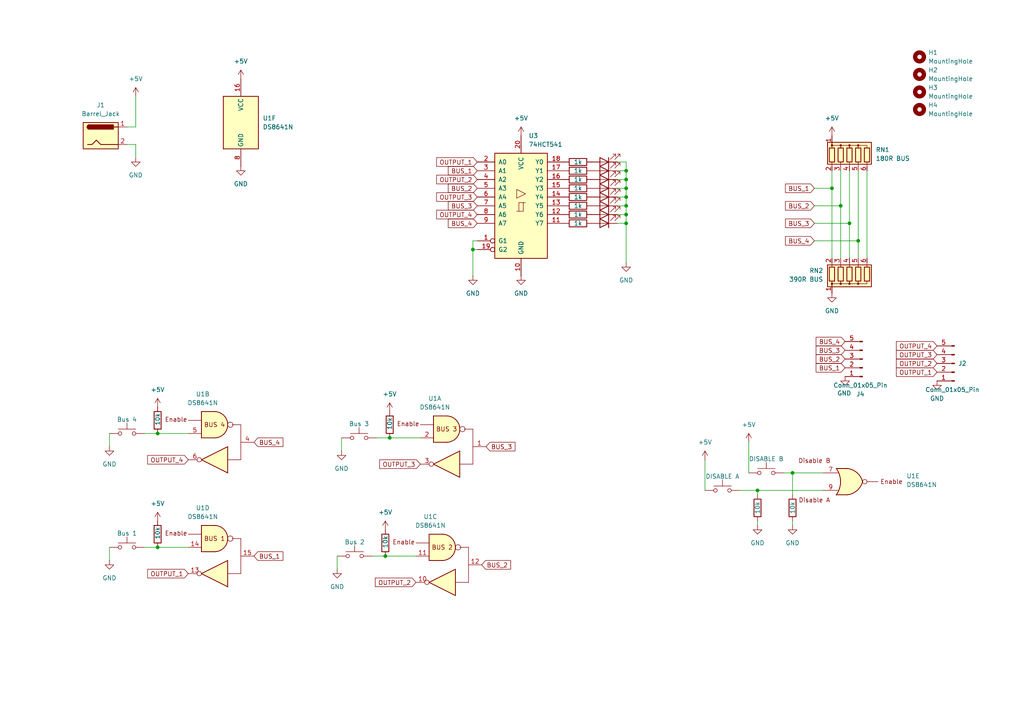
<source format=kicad_sch>
(kicad_sch (version 20231120) (generator "eeschema") (generator_version "8.0")
  (paper "A4")
  (lib_symbols
    (symbol "74xx:74HCT541" (pin_names (offset 1.016))
      (property "Reference" "U" (at -7.62 16.51 0))
      (property "Value" "74HCT541" (at -7.62 -16.51 0))
      (symbol "74HCT541_1_0"
        (polyline (pts (xy -0.635 -1.6002) (xy -0.635 0.9398) (xy 0.635 0.9398)))
        (polyline (pts (xy -1.27 -1.6002) (xy 0.635 -1.6002) (xy 0.635 0.9398) (xy 1.27 0.9398)))
        (polyline (pts (xy 1.27 3.4798) (xy -1.27 4.7498) (xy -1.27 2.2098) (xy 1.27 3.4798)) (stroke (width 0.1524)))
        (pin input inverted (at -12.7 -10.16 0) (length 5.08) (name "G1") (number "1"))
        (pin power_in line (at 0 -20.32 90) (length 5.08) (name "GND") (number "10"))
        (pin tri_state line (at 12.7 -5.08 180) (length 5.08) (name "Y7") (number "11"))
        (pin tri_state line (at 12.7 -2.54 180) (length 5.08) (name "Y6") (number "12"))
        (pin tri_state line (at 12.7 0 180) (length 5.08) (name "Y5") (number "13"))
        (pin tri_state line (at 12.7 2.54 180) (length 5.08) (name "Y4") (number "14"))
        (pin tri_state line (at 12.7 5.08 180) (length 5.08) (name "Y3") (number "15"))
        (pin tri_state line (at 12.7 7.62 180) (length 5.08) (name "Y2") (number "16"))
        (pin tri_state line (at 12.7 10.16 180) (length 5.08) (name "Y1") (number "17"))
        (pin tri_state line (at 12.7 12.7 180) (length 5.08) (name "Y0") (number "18"))
        (pin input inverted (at -12.7 -12.7 0) (length 5.08) (name "G2") (number "19"))
        (pin input line (at -12.7 12.7 0) (length 5.08) (name "A0") (number "2"))
        (pin power_in line (at 0 20.32 270) (length 5.08) (name "VCC") (number "20"))
        (pin input line (at -12.7 10.16 0) (length 5.08) (name "A1") (number "3"))
        (pin input line (at -12.7 7.62 0) (length 5.08) (name "A2") (number "4"))
        (pin input line (at -12.7 5.08 0) (length 5.08) (name "A3") (number "5"))
        (pin input line (at -12.7 2.54 0) (length 5.08) (name "A4") (number "6"))
        (pin input line (at -12.7 0 0) (length 5.08) (name "A5") (number "7"))
        (pin input line (at -12.7 -2.54 0) (length 5.08) (name "A6") (number "8"))
        (pin input line (at -12.7 -5.08 0) (length 5.08) (name "A7") (number "9"))
      )
      (symbol "74HCT541_1_1"
        (rectangle (start -7.62 15.24) (end 7.62 -15.24) (stroke (width 0.254)) (fill (type background)))
      )
    )
    (symbol "Connector:Barrel_Jack" (pin_names (offset 1.016))
      (property "Reference" "J" (at 0 5.334 0))
      (property "Value" "Barrel_Jack" (at 0 -5.08 0))
      (symbol "Barrel_Jack_0_1"
        (rectangle (start -5.08 3.81) (end 5.08 -3.81) (stroke (width 0.254)) (fill (type background)))
        (arc (start -3.302 3.175) (mid -3.9343 2.54) (end -3.302 1.905) (stroke (width 0.254)))
        (arc (start -3.302 3.175) (mid -3.9343 2.54) (end -3.302 1.905) (stroke (width 0.254)) (fill (type outline)))
        (polyline (pts (xy 5.08 2.54) (xy 3.81 2.54)) (stroke (width 0.254)))
        (polyline (pts (xy -3.81 -2.54) (xy -2.54 -2.54) (xy -1.27 -1.27) (xy 0 -2.54) (xy 2.54 -2.54) (xy 5.08 -2.54)) (stroke (width 0.254)))
        (rectangle (start 3.683 3.175) (end -3.302 1.905) (stroke (width 0.254)) (fill (type outline)))
      )
      (symbol "Barrel_Jack_1_1"
        (pin passive line (at 7.62 2.54 180) (length 2.54) (name "~") (number "1"))
        (pin passive line (at 7.62 -2.54 180) (length 2.54) (name "~") (number "2"))
      )
    )
    (symbol "Connector:Conn_01x05_Pin" (pin_names (offset 1.016) hide)
      (property "Reference" "J" (at 0 7.62 0))
      (property "Value" "Conn_01x05_Pin" (at 0 -7.62 0))
      (symbol "Conn_01x05_Pin_1_1"
        (polyline (pts (xy 1.27 -5.08) (xy 0.8636 -5.08)) (stroke (width 0.1524)))
        (polyline (pts (xy 1.27 -2.54) (xy 0.8636 -2.54)) (stroke (width 0.1524)))
        (polyline (pts (xy 1.27 0) (xy 0.8636 0)) (stroke (width 0.1524)))
        (polyline (pts (xy 1.27 2.54) (xy 0.8636 2.54)) (stroke (width 0.1524)))
        (polyline (pts (xy 1.27 5.08) (xy 0.8636 5.08)) (stroke (width 0.1524)))
        (rectangle (start 0.8636 -4.953) (end 0 -5.207) (stroke (width 0.1524)) (fill (type outline)))
        (rectangle (start 0.8636 -2.413) (end 0 -2.667) (stroke (width 0.1524)) (fill (type outline)))
        (rectangle (start 0.8636 0.127) (end 0 -0.127) (stroke (width 0.1524)) (fill (type outline)))
        (rectangle (start 0.8636 2.667) (end 0 2.413) (stroke (width 0.1524)) (fill (type outline)))
        (rectangle (start 0.8636 5.207) (end 0 4.953) (stroke (width 0.1524)) (fill (type outline)))
        (pin passive line (at 5.08 5.08 180) (length 3.81) (name "Pin_1") (number "1"))
        (pin passive line (at 5.08 2.54 180) (length 3.81) (name "Pin_2") (number "2"))
        (pin passive line (at 5.08 0 180) (length 3.81) (name "Pin_3") (number "3"))
        (pin passive line (at 5.08 -2.54 180) (length 3.81) (name "Pin_4") (number "4"))
        (pin passive line (at 5.08 -5.08 180) (length 3.81) (name "Pin_5") (number "5"))
      )
    )
    (symbol "DEC:DS8641N"
      (property "Reference" "U" (at 0 -0.254 0))
      (property "Value" "DS8641N" (at 0 5.08 0))
      (symbol "DS8641N_1_0"
        (polyline (pts (xy 3.81 -8.89) (xy 3.81 -1.27) (xy -3.81 -5.08) (xy 3.81 -8.89)) (stroke (width 0.254)) (fill (type background)))
        (pin output inverted (at -7.62 -5.08 0) (length 3.81) (name "~") (number "3"))
      )
      (symbol "DS8641N_1_1"
        (polyline (pts (xy -3.81 6.35) (xy -7.62 6.35)))
        (polyline (pts (xy 3.81 -5.08) (xy 7.62 -5.08)))
        (polyline (pts (xy 7.62 5.08) (xy 5.08 5.08)))
        (polyline (pts (xy 7.62 5.08) (xy 7.62 -5.08)))
        (polyline (pts (xy 0 8.89) (xy -3.81 8.89) (xy -3.81 1.27) (xy 0 1.27)) (stroke (width 0.254)) (fill (type background)))
        (arc (start 0 1.27) (mid 3.7934 5.08) (end 0 8.89) (stroke (width 0.254)) (fill (type background)))
        (circle (center 4.572 5.08) (radius 0.762))
        (text "BUS 3" (at 0 5.08 0) (effects (font (size 1.27 1.27))))
        (text "Enable" (at -11.176 6.604 0) (effects (font (size 1.27 1.27))))
        (pin open_collector line (at 11.43 0 180) (length 3.81) (name "~") (number "1"))
        (pin input line (at -7.62 2.54 0) (length 3.81) (name "~") (number "2"))
      )
      (symbol "DS8641N_2_0"
        (polyline (pts (xy 3.81 -8.89) (xy 3.81 -1.27) (xy -3.81 -5.08) (xy 3.81 -8.89)) (stroke (width 0.254)) (fill (type background)))
        (pin output inverted (at -7.62 -5.08 0) (length 3.81) (name "~") (number "6"))
      )
      (symbol "DS8641N_2_1"
        (polyline (pts (xy -3.81 6.35) (xy -7.62 6.35)))
        (polyline (pts (xy 3.81 -5.08) (xy 7.62 -5.08)))
        (polyline (pts (xy 7.62 5.08) (xy 5.08 5.08)))
        (polyline (pts (xy 7.62 5.08) (xy 7.62 -5.08)))
        (polyline (pts (xy 0 8.89) (xy -3.81 8.89) (xy -3.81 1.27) (xy 0 1.27)) (stroke (width 0.254)) (fill (type background)))
        (arc (start 0 1.27) (mid 3.7934 5.08) (end 0 8.89) (stroke (width 0.254)) (fill (type background)))
        (circle (center 4.572 5.08) (radius 0.762))
        (text "BUS 4" (at 0 5.08 0) (effects (font (size 1.27 1.27))))
        (text "Enable" (at -11.176 6.604 0) (effects (font (size 1.27 1.27))))
        (pin open_collector line (at 11.43 0 180) (length 3.81) (name "~") (number "4"))
        (pin input line (at -7.62 2.54 0) (length 3.81) (name "~") (number "5"))
      )
      (symbol "DS8641N_3_0"
        (polyline (pts (xy 3.81 -8.89) (xy 3.81 -1.27) (xy -3.81 -5.08) (xy 3.81 -8.89)) (stroke (width 0.254)) (fill (type background)))
        (pin output inverted (at -7.62 -5.08 0) (length 3.81) (name "~") (number "10"))
      )
      (symbol "DS8641N_3_1"
        (polyline (pts (xy -3.81 6.35) (xy -7.62 6.35)))
        (polyline (pts (xy 3.81 -5.08) (xy 7.62 -5.08)))
        (polyline (pts (xy 7.62 5.08) (xy 5.08 5.08)))
        (polyline (pts (xy 7.62 5.08) (xy 7.62 -5.08)))
        (polyline (pts (xy 0 8.89) (xy -3.81 8.89) (xy -3.81 1.27) (xy 0 1.27)) (stroke (width 0.254)) (fill (type background)))
        (arc (start 0 1.27) (mid 3.7934 5.08) (end 0 8.89) (stroke (width 0.254)) (fill (type background)))
        (circle (center 4.572 5.08) (radius 0.762))
        (text "BUS 2" (at 0 5.08 0) (effects (font (size 1.27 1.27))))
        (text "Enable" (at -11.176 6.604 0) (effects (font (size 1.27 1.27))))
        (pin input line (at -7.62 2.54 0) (length 3.81) (name "~") (number "11"))
        (pin open_collector line (at 11.43 0 180) (length 3.81) (name "~") (number "12"))
      )
      (symbol "DS8641N_4_0"
        (polyline (pts (xy 3.81 -8.89) (xy 3.81 -1.27) (xy -3.81 -5.08) (xy 3.81 -8.89)) (stroke (width 0.254)) (fill (type background)))
        (pin output inverted (at -7.62 -5.08 0) (length 3.81) (name "~") (number "13"))
      )
      (symbol "DS8641N_4_1"
        (polyline (pts (xy -3.81 6.35) (xy -7.62 6.35)))
        (polyline (pts (xy 3.81 -5.08) (xy 7.62 -5.08)))
        (polyline (pts (xy 7.62 5.08) (xy 5.08 5.08)))
        (polyline (pts (xy 7.62 5.08) (xy 7.62 -5.08)))
        (polyline (pts (xy 0 8.89) (xy -3.81 8.89) (xy -3.81 1.27) (xy 0 1.27)) (stroke (width 0.254)) (fill (type background)))
        (arc (start 0 1.27) (mid 3.7934 5.08) (end 0 8.89) (stroke (width 0.254)) (fill (type background)))
        (circle (center 4.572 5.08) (radius 0.762))
        (text "BUS 1" (at 0 5.08 0) (effects (font (size 1.27 1.27))))
        (text "Enable" (at -11.176 6.604 0) (effects (font (size 1.27 1.27))))
        (pin input line (at -7.62 2.54 0) (length 3.81) (name "~") (number "14"))
        (pin open_collector line (at 11.43 0 180) (length 3.81) (name "~") (number "15"))
      )
      (symbol "DS8641N_5_1"
        (arc (start -3.81 -3.81) (mid -2.589 0) (end -3.81 3.81) (stroke (width 0.254)))
        (arc (start -0.6096 -3.81) (mid 2.1842 -2.5851) (end 3.81 0) (stroke (width 0.254)) (fill (type background)))
        (polyline (pts (xy -3.81 -3.81) (xy -0.635 -3.81)) (stroke (width 0.254)) (fill (type background)))
        (polyline (pts (xy -3.81 3.81) (xy -0.635 3.81)) (stroke (width 0.254)) (fill (type background)))
        (polyline (pts (xy 5.08 0) (xy 8.255 0)))
        (polyline (pts (xy -0.635 3.81) (xy -3.81 3.81) (xy -3.81 3.81) (xy -3.556 3.4036) (xy -3.0226 2.2606) (xy -2.6924 1.0414) (xy -2.6162 -0.254) (xy -2.7686 -1.4986) (xy -3.175 -2.7178) (xy -3.81 -3.81) (xy -3.81 -3.81) (xy -0.635 -3.81)) (stroke (width -25.4)) (fill (type background)))
        (arc (start 3.81 0) (mid 2.1915 2.5936) (end -0.6096 3.81) (stroke (width 0.254)) (fill (type background)))
        (circle (center 4.445 0) (radius 0.635))
        (text "Disable A" (at -10.16 -5.334 0) (effects (font (size 1.27 1.27))))
        (text "Disable B" (at -10.16 6.096 0) (effects (font (size 1.27 1.27))))
        (text "Enable" (at 12.192 0 0) (effects (font (size 1.27 1.27))))
        (pin input line (at -7.62 2.54 0) (length 4.318) (name "~") (number "7"))
        (pin input line (at -7.62 -2.54 0) (length 4.318) (name "~") (number "9"))
      )
      (symbol "DS8641N_6_0"
        (pin power_in line (at 0 12.7 270) (length 5.08) (name "VCC") (number "16"))
        (pin power_in line (at 0 -12.7 90) (length 5.08) (name "GND") (number "8"))
      )
      (symbol "DS8641N_6_1"
        (rectangle (start -5.08 7.62) (end 5.08 -7.62) (stroke (width 0.254)) (fill (type background)))
      )
    )
    (symbol "Device:LED" (pin_numbers hide) (pin_names (offset 1.016) hide)
      (property "Reference" "D" (at 0 2.54 0))
      (property "Value" "LED" (at 0 -2.54 0))
      (symbol "LED_0_1"
        (polyline (pts (xy -1.27 -1.27) (xy -1.27 1.27)) (stroke (width 0.254)))
        (polyline (pts (xy -1.27 0) (xy 1.27 0)))
        (polyline (pts (xy 1.27 -1.27) (xy 1.27 1.27) (xy -1.27 0) (xy 1.27 -1.27)) (stroke (width 0.254)))
        (polyline (pts (xy -3.048 -0.762) (xy -4.572 -2.286) (xy -3.81 -2.286) (xy -4.572 -2.286) (xy -4.572 -1.524)))
        (polyline (pts (xy -1.778 -0.762) (xy -3.302 -2.286) (xy -2.54 -2.286) (xy -3.302 -2.286) (xy -3.302 -1.524)))
      )
      (symbol "LED_1_1"
        (pin passive line (at -3.81 0 0) (length 2.54) (name "K") (number "1"))
        (pin passive line (at 3.81 0 180) (length 2.54) (name "A") (number "2"))
      )
    )
    (symbol "Device:R" (pin_numbers hide) (pin_names (offset 0))
      (property "Reference" "R" (at 2.032 0 90))
      (property "Value" "R" (at 0 0 90))
      (symbol "R_0_1"
        (rectangle (start -1.016 -2.54) (end 1.016 2.54) (stroke (width 0.254)))
      )
      (symbol "R_1_1"
        (pin passive line (at 0 3.81 270) (length 1.27) (name "~") (number "1"))
        (pin passive line (at 0 -3.81 90) (length 1.27) (name "~") (number "2"))
      )
    )
    (symbol "Device:R_Network05" (pin_names (offset 0) hide)
      (property "Reference" "RN" (at -7.62 0 90))
      (property "Value" "R_Network05" (at 7.62 0 90))
      (symbol "R_Network05_0_1"
        (rectangle (start -6.35 -3.175) (end 6.35 3.175) (stroke (width 0.254)) (fill (type background)))
        (rectangle (start -5.842 1.524) (end -4.318 -2.54) (stroke (width 0.254)))
        (circle (center -5.08 2.286) (radius 0.254) (fill (type outline)))
        (rectangle (start -3.302 1.524) (end -1.778 -2.54) (stroke (width 0.254)))
        (circle (center -2.54 2.286) (radius 0.254) (fill (type outline)))
        (rectangle (start -0.762 1.524) (end 0.762 -2.54) (stroke (width 0.254)))
        (polyline (pts (xy -5.08 -2.54) (xy -5.08 -3.81)))
        (polyline (pts (xy -2.54 -2.54) (xy -2.54 -3.81)))
        (polyline (pts (xy 0 -2.54) (xy 0 -3.81)))
        (polyline (pts (xy 2.54 -2.54) (xy 2.54 -3.81)))
        (polyline (pts (xy 5.08 -2.54) (xy 5.08 -3.81)))
        (polyline (pts (xy -5.08 1.524) (xy -5.08 2.286) (xy -2.54 2.286) (xy -2.54 1.524)))
        (polyline (pts (xy -2.54 1.524) (xy -2.54 2.286) (xy 0 2.286) (xy 0 1.524)))
        (polyline (pts (xy 0 1.524) (xy 0 2.286) (xy 2.54 2.286) (xy 2.54 1.524)))
        (polyline (pts (xy 2.54 1.524) (xy 2.54 2.286) (xy 5.08 2.286) (xy 5.08 1.524)))
        (circle (center 0 2.286) (radius 0.254) (fill (type outline)))
        (rectangle (start 1.778 1.524) (end 3.302 -2.54) (stroke (width 0.254)))
        (circle (center 2.54 2.286) (radius 0.254) (fill (type outline)))
        (rectangle (start 4.318 1.524) (end 5.842 -2.54) (stroke (width 0.254)))
      )
      (symbol "R_Network05_1_1"
        (pin passive line (at -5.08 5.08 270) (length 2.54) (name "common") (number "1"))
        (pin passive line (at -5.08 -5.08 90) (length 1.27) (name "R1") (number "2"))
        (pin passive line (at -2.54 -5.08 90) (length 1.27) (name "R2") (number "3"))
        (pin passive line (at 0 -5.08 90) (length 1.27) (name "R3") (number "4"))
        (pin passive line (at 2.54 -5.08 90) (length 1.27) (name "R4") (number "5"))
        (pin passive line (at 5.08 -5.08 90) (length 1.27) (name "R5") (number "6"))
      )
    )
    (symbol "Mechanical:MountingHole" (pin_names (offset 1.016)) (exclude_from_sim yes) (in_bom no)
      (property "Reference" "H" (at 0 5.08 0))
      (property "Value" "MountingHole" (at 0 3.175 0))
      (symbol "MountingHole_0_1"
        (circle (center 0 0) (radius 1.27) (stroke (width 1.27)))
      )
    )
    (symbol "Switch:SW_Push" (pin_numbers hide) (pin_names (offset 1.016) hide)
      (property "Reference" "SW" (at 1.27 2.54 0))
      (property "Value" "SW_Push" (at 0 -1.524 0))
      (symbol "SW_Push_0_1"
        (circle (center -2.032 0) (radius 0.508))
        (polyline (pts (xy 0 1.27) (xy 0 3.048)))
        (polyline (pts (xy 2.54 1.27) (xy -2.54 1.27)))
        (circle (center 2.032 0) (radius 0.508))
        (pin passive line (at -5.08 0 0) (length 2.54) (name "1") (number "1"))
        (pin passive line (at 5.08 0 180) (length 2.54) (name "2") (number "2"))
      )
    )
    (symbol "power:+5V" (power) (pin_numbers hide) (pin_names (offset 0) hide)
      (property "Value" "+5V" (at 0 3.556 0))
      (symbol "+5V_0_1"
        (polyline (pts (xy -0.762 1.27) (xy 0 2.54)))
        (polyline (pts (xy 0 0) (xy 0 2.54)))
        (polyline (pts (xy 0 2.54) (xy 0.762 1.27)))
      )
      (symbol "+5V_1_1"
        (pin power_in line (at 0 0 90) (length 0) (name "~") (number "1"))
      )
    )
    (symbol "power:GND" (power) (pin_numbers hide) (pin_names (offset 0) hide)
      (property "Value" "GND" (at 0 -3.81 0))
      (symbol "GND_0_1"
        (polyline (pts (xy 0 0) (xy 0 -1.27) (xy 1.27 -1.27) (xy 0 -2.54) (xy -1.27 -1.27) (xy 0 -1.27)))
      )
      (symbol "GND_1_1"
        (pin power_in line (at 0 0 270) (length 0) (name "~") (number "1"))
      )
    )
  )
  (junction (at 45.72 158.75))
  (junction (at 45.72 125.73))
  (junction (at 181.61 52.07))
  (junction (at 111.76 161.29))
  (junction (at 181.61 57.15))
  (junction (at 246.38 64.77))
  (junction (at 181.61 54.61))
  (junction (at 243.84 59.69))
  (junction (at 229.87 137.16))
  (junction (at 137.16 72.39))
  (junction (at 241.3 54.61))
  (junction (at 219.71 142.24))
  (junction (at 181.61 64.77))
  (junction (at 181.61 62.23))
  (junction (at 181.61 59.69))
  (junction (at 113.03 127))
  (junction (at 181.61 49.53))
  (junction (at 248.92 69.85))
  (wire (pts (xy 31.75 158.75) (xy 31.75 162.56)))
  (wire (pts (xy 138.43 69.85) (xy 137.16 69.85)))
  (wire (pts (xy 248.92 69.85) (xy 236.22 69.85)))
  (wire (pts (xy 109.22 127) (xy 113.03 127)))
  (wire (pts (xy 248.92 49.53) (xy 248.92 69.85)))
  (wire (pts (xy 36.83 41.91) (xy 39.37 41.91)))
  (wire (pts (xy 45.72 158.75) (xy 54.61 158.75)))
  (wire (pts (xy 246.38 49.53) (xy 246.38 64.77)))
  (wire (pts (xy 179.07 54.61) (xy 181.61 54.61)))
  (wire (pts (xy 181.61 54.61) (xy 181.61 57.15)))
  (wire (pts (xy 45.72 125.73) (xy 54.61 125.73)))
  (wire (pts (xy 181.61 62.23) (xy 181.61 64.77)))
  (wire (pts (xy 229.87 137.16) (xy 238.76 137.16)))
  (wire (pts (xy 99.06 127) (xy 99.06 130.81)))
  (wire (pts (xy 217.17 128.27) (xy 217.17 137.16)))
  (wire (pts (xy 181.61 46.99) (xy 181.61 49.53)))
  (wire (pts (xy 107.95 161.29) (xy 111.76 161.29)))
  (wire (pts (xy 214.63 142.24) (xy 219.71 142.24)))
  (wire (pts (xy 181.61 49.53) (xy 181.61 52.07)))
  (wire (pts (xy 113.03 127) (xy 121.92 127)))
  (wire (pts (xy 241.3 49.53) (xy 241.3 54.61)))
  (wire (pts (xy 219.71 142.24) (xy 238.76 142.24)))
  (wire (pts (xy 248.92 69.85) (xy 248.92 74.93)))
  (wire (pts (xy 246.38 64.77) (xy 236.22 64.77)))
  (wire (pts (xy 219.71 142.24) (xy 219.71 143.51)))
  (wire (pts (xy 39.37 27.94) (xy 39.37 36.83)))
  (wire (pts (xy 39.37 41.91) (xy 39.37 45.72)))
  (wire (pts (xy 229.87 151.13) (xy 229.87 152.4)))
  (wire (pts (xy 41.91 158.75) (xy 45.72 158.75)))
  (wire (pts (xy 31.75 125.73) (xy 31.75 129.54)))
  (wire (pts (xy 179.07 64.77) (xy 181.61 64.77)))
  (wire (pts (xy 251.46 49.53) (xy 251.46 74.93)))
  (wire (pts (xy 236.22 54.61) (xy 241.3 54.61)))
  (wire (pts (xy 111.76 161.29) (xy 120.65 161.29)))
  (wire (pts (xy 181.61 64.77) (xy 181.61 76.2)))
  (wire (pts (xy 137.16 69.85) (xy 137.16 72.39)))
  (wire (pts (xy 179.07 52.07) (xy 181.61 52.07)))
  (wire (pts (xy 227.33 137.16) (xy 229.87 137.16)))
  (wire (pts (xy 204.47 133.35) (xy 204.47 142.24)))
  (wire (pts (xy 179.07 57.15) (xy 181.61 57.15)))
  (wire (pts (xy 137.16 72.39) (xy 137.16 80.01)))
  (wire (pts (xy 179.07 59.69) (xy 181.61 59.69)))
  (wire (pts (xy 39.37 36.83) (xy 36.83 36.83)))
  (wire (pts (xy 179.07 49.53) (xy 181.61 49.53)))
  (wire (pts (xy 229.87 137.16) (xy 229.87 143.51)))
  (wire (pts (xy 243.84 59.69) (xy 236.22 59.69)))
  (wire (pts (xy 181.61 57.15) (xy 181.61 59.69)))
  (wire (pts (xy 181.61 52.07) (xy 181.61 54.61)))
  (wire (pts (xy 41.91 125.73) (xy 45.72 125.73)))
  (wire (pts (xy 243.84 49.53) (xy 243.84 59.69)))
  (wire (pts (xy 219.71 151.13) (xy 219.71 152.4)))
  (wire (pts (xy 181.61 59.69) (xy 181.61 62.23)))
  (wire (pts (xy 246.38 64.77) (xy 246.38 74.93)))
  (wire (pts (xy 243.84 59.69) (xy 243.84 74.93)))
  (wire (pts (xy 241.3 54.61) (xy 241.3 74.93)))
  (wire (pts (xy 179.07 62.23) (xy 181.61 62.23)))
  (wire (pts (xy 137.16 72.39) (xy 138.43 72.39)))
  (wire (pts (xy 97.79 161.29) (xy 97.79 165.1)))
  (wire (pts (xy 179.07 46.99) (xy 181.61 46.99)))
  (global_label "OUTPUT_2" (shape input) (at 138.43 52.07 180) (property "Intersheetrefs" "${INTERSHEET_REFS}" (effects (hide yes))))
  (global_label "BUS_2" (shape input) (at 139.7 163.83 0) (property "Intersheetrefs" "${INTERSHEET_REFS}" (effects (hide yes))))
  (global_label "BUS_2" (shape input) (at 138.43 54.61 180) (property "Intersheetrefs" "${INTERSHEET_REFS}" (effects (hide yes))))
  (global_label "OUTPUT_2" (shape input) (at 120.65 168.91 180) (property "Intersheetrefs" "${INTERSHEET_REFS}" (effects (hide yes))))
  (global_label "BUS_4" (shape input) (at 236.22 69.85 180) (property "Intersheetrefs" "${INTERSHEET_REFS}" (effects (hide yes))))
  (global_label "BUS_3" (shape input) (at 236.22 64.77 180) (property "Intersheetrefs" "${INTERSHEET_REFS}" (effects (hide yes))))
  (global_label "OUTPUT_1" (shape input) (at 138.43 46.99 180) (property "Intersheetrefs" "${INTERSHEET_REFS}" (effects (hide yes))))
  (global_label "BUS_1" (shape input) (at 236.22 54.61 180) (property "Intersheetrefs" "${INTERSHEET_REFS}" (effects (hide yes))))
  (global_label "OUTPUT_4" (shape input) (at 138.43 62.23 180) (property "Intersheetrefs" "${INTERSHEET_REFS}" (effects (hide yes))))
  (global_label "BUS_4" (shape input) (at 138.43 64.77 180) (property "Intersheetrefs" "${INTERSHEET_REFS}" (effects (hide yes))))
  (global_label "BUS_1" (shape input) (at 245.11 106.68 180) (property "Intersheetrefs" "${INTERSHEET_REFS}" (effects (hide yes))))
  (global_label "OUTPUT_1" (shape input) (at 271.78 107.95 180) (property "Intersheetrefs" "${INTERSHEET_REFS}" (effects (hide yes))))
  (global_label "BUS_3" (shape input) (at 245.11 101.6 180) (property "Intersheetrefs" "${INTERSHEET_REFS}" (effects (hide yes))))
  (global_label "OUTPUT_4" (shape input) (at 54.61 133.35 180) (property "Intersheetrefs" "${INTERSHEET_REFS}" (effects (hide yes))))
  (global_label "BUS_1" (shape input) (at 73.66 161.29 0) (property "Intersheetrefs" "${INTERSHEET_REFS}" (effects (hide yes))))
  (global_label "OUTPUT_3" (shape input) (at 138.43 57.15 180) (property "Intersheetrefs" "${INTERSHEET_REFS}" (effects (hide yes))))
  (global_label "BUS_4" (shape input) (at 73.66 128.27 0) (property "Intersheetrefs" "${INTERSHEET_REFS}" (effects (hide yes))))
  (global_label "BUS_3" (shape input) (at 140.97 129.54 0) (property "Intersheetrefs" "${INTERSHEET_REFS}" (effects (hide yes))))
  (global_label "BUS_1" (shape input) (at 138.43 49.53 180) (property "Intersheetrefs" "${INTERSHEET_REFS}" (effects (hide yes))))
  (global_label "OUTPUT_4" (shape input) (at 271.78 100.33 180) (property "Intersheetrefs" "${INTERSHEET_REFS}" (effects (hide yes))))
  (global_label "BUS_2" (shape input) (at 245.11 104.14 180) (property "Intersheetrefs" "${INTERSHEET_REFS}" (effects (hide yes))))
  (global_label "BUS_4" (shape input) (at 245.11 99.06 180) (property "Intersheetrefs" "${INTERSHEET_REFS}" (effects (hide yes))))
  (global_label "BUS_3" (shape input) (at 138.43 59.69 180) (property "Intersheetrefs" "${INTERSHEET_REFS}" (effects (hide yes))))
  (global_label "OUTPUT_3" (shape input) (at 121.92 134.62 180) (property "Intersheetrefs" "${INTERSHEET_REFS}" (effects (hide yes))))
  (global_label "OUTPUT_1" (shape input) (at 54.61 166.37 180) (property "Intersheetrefs" "${INTERSHEET_REFS}" (effects (hide yes))))
  (global_label "OUTPUT_3" (shape input) (at 271.78 102.87 180) (property "Intersheetrefs" "${INTERSHEET_REFS}" (effects (hide yes))))
  (global_label "OUTPUT_2" (shape input) (at 271.78 105.41 180) (property "Intersheetrefs" "${INTERSHEET_REFS}" (effects (hide yes))))
  (global_label "BUS_2" (shape input) (at 236.22 59.69 180) (property "Intersheetrefs" "${INTERSHEET_REFS}" (effects (hide yes))))
  (symbol (lib_id "Switch:SW_Push") (at 102.87 161.29 0) (unit 1)
    (property "Reference" "SW2" (effects (hide yes)))
    (property "Value" "Bus 2" (at 102.87 157.226 0))
    (property "Footprint" "Button_Switch_THT:SW_PUSH_6mm_H4.3mm" (effects (hide yes)))
    (property "Description" "Push button switch, generic, two pins" (effects (hide yes)))
  )
  (symbol (lib_id "Device:R") (at 167.64 57.15 90) (unit 1)
    (property "Reference" "R12" (effects (hide yes)))
    (property "Value" "1k" (at 167.64 57.15 90))
    (property "Footprint" "Resistor_THT:R_Axial_DIN0204_L3.6mm_D1.6mm_P7.62mm_Horizontal" (effects (hide yes)))
    (property "Description" "Resistor" (effects (hide yes)))
  )
  (symbol (lib_id "power:+5V") (at 113.03 119.38 0) (unit 1)
    (property "Reference" "#PWR012" (effects (hide yes)))
    (property "Value" "+5V" (at 113.03 114.3 0))
    (property "Description" "Power symbol creates a global label with name \"+5V\"" (effects (hide yes)))
  )
  (symbol (lib_id "power:GND") (at 99.06 130.81 0) (unit 1)
    (property "Reference" "#PWR011" (effects (hide yes)))
    (property "Value" "GND" (at 99.06 135.89 0))
    (property "Description" "Power symbol creates a global label with name \"GND\" , ground" (effects (hide yes)))
  )
  (symbol (lib_id "power:+5V") (at 204.47 133.35 0) (unit 1)
    (property "Reference" "#PWR019" (effects (hide yes)))
    (property "Value" "+5V" (at 204.47 128.27 0))
    (property "Description" "Power symbol creates a global label with name \"+5V\"" (effects (hide yes)))
  )
  (symbol (lib_id "power:+5V") (at 45.72 118.11 0) (unit 1)
    (property "Reference" "#PWR014" (effects (hide yes)))
    (property "Value" "+5V" (at 45.72 113.03 0))
    (property "Description" "Power symbol creates a global label with name \"+5V\"" (effects (hide yes)))
  )
  (symbol (lib_id "power:+5V") (at 39.37 27.94 0) (unit 1)
    (property "Reference" "#PWR01" (effects (hide yes)))
    (property "Value" "+5V" (at 39.37 22.86 0))
    (property "Description" "Power symbol creates a global label with name \"+5V\"" (effects (hide yes)))
  )
  (symbol (lib_id "Device:R") (at 113.03 123.19 0) (unit 1)
    (property "Reference" "R4" (effects (hide yes)))
    (property "Value" "10k" (at 113.03 124.714 90) (effects (justify left)))
    (property "Footprint" "Resistor_THT:R_Axial_DIN0204_L3.6mm_D1.6mm_P7.62mm_Horizontal" (effects (hide yes)))
    (property "Description" "Resistor" (effects (hide yes)))
  )
  (symbol (lib_id "DEC:DS8641N") (at 62.23 161.29 0) (unit 4)
    (property "Reference" "U1" (at 58.8089 147.32 0))
    (property "Value" "DS8641N" (at 58.8089 149.86 0))
    (property "Footprint" "Socket:DIP_Socket-16_W4.3_W5.08_W7.62_W10.16_W10.9_3M_216-3340-00-0602J" (effects (hide yes)))
  )
  (symbol (lib_id "Device:LED") (at 175.26 54.61 180) (unit 1)
    (property "Reference" "D5" (effects (hide yes)))
    (property "Value" "LED" (effects (hide yes)))
    (property "Footprint" "LED_THT:LED_D3.0mm" (effects (hide yes)))
    (property "Description" "Light emitting diode" (effects (hide yes)))
  )
  (symbol (lib_id "Device:R") (at 167.64 62.23 90) (unit 1)
    (property "Reference" "R14" (effects (hide yes)))
    (property "Value" "1k" (at 167.64 62.23 90))
    (property "Footprint" "Resistor_THT:R_Axial_DIN0204_L3.6mm_D1.6mm_P7.62mm_Horizontal" (effects (hide yes)))
    (property "Description" "Resistor" (effects (hide yes)))
  )
  (symbol (lib_id "Switch:SW_Push") (at 36.83 158.75 0) (unit 1)
    (property "Reference" "SW1" (effects (hide yes)))
    (property "Value" "Bus 1" (at 36.83 154.686 0))
    (property "Footprint" "Button_Switch_THT:SW_PUSH_6mm_H4.3mm" (effects (hide yes)))
    (property "Description" "Push button switch, generic, two pins" (effects (hide yes)))
  )
  (symbol (lib_id "DEC:DS8641N") (at 128.27 163.83 0) (unit 3)
    (property "Reference" "U1" (at 124.8489 149.86 0))
    (property "Value" "DS8641N" (at 124.8489 152.4 0))
    (property "Footprint" "Socket:DIP_Socket-16_W4.3_W5.08_W7.62_W10.16_W10.9_3M_216-3340-00-0602J" (effects (hide yes)))
  )
  (symbol (lib_id "DEC:DS8641N") (at 246.38 139.7 0) (unit 5)
    (property "Reference" "U1" (at 262.89 138.0489 0) (effects (justify left)))
    (property "Value" "DS8641N" (at 262.89 140.5889 0) (effects (justify left)))
    (property "Footprint" "Socket:DIP_Socket-16_W4.3_W5.08_W7.62_W10.16_W10.9_3M_216-3340-00-0602J" (effects (hide yes)))
  )
  (symbol (lib_id "Connector:Barrel_Jack") (at 29.21 39.37 0) (unit 1)
    (property "Reference" "J1" (at 29.21 30.48 0))
    (property "Value" "Barrel_Jack" (at 29.21 33.02 0))
    (property "Footprint" "Connector_BarrelJack:BarrelJack_GCT_DCJ200-10-A_Horizontal" (effects (hide yes)))
    (property "Description" "DC Barrel Jack" (effects (hide yes)))
  )
  (symbol (lib_id "power:+5V") (at 111.76 153.67 0) (unit 1)
    (property "Reference" "#PWR010" (effects (hide yes)))
    (property "Value" "+5V" (at 111.76 148.59 0))
    (property "Description" "Power symbol creates a global label with name \"+5V\"" (effects (hide yes)))
  )
  (symbol (lib_id "power:GND") (at 229.87 152.4 0) (unit 1)
    (property "Reference" "#PWR017" (effects (hide yes)))
    (property "Value" "GND" (at 229.87 157.48 0))
    (property "Description" "Power symbol creates a global label with name \"GND\" , ground" (effects (hide yes)))
  )
  (symbol (lib_id "power:GND") (at 271.78 110.49 0) (unit 1)
    (property "Reference" "#PWR03" (effects (hide yes)))
    (property "Value" "GND" (at 271.78 115.57 0))
    (property "Description" "Power symbol creates a global label with name \"GND\" , ground" (effects (hide yes)))
  )
  (symbol (lib_id "power:GND") (at 219.71 152.4 0) (unit 1)
    (property "Reference" "#PWR020" (effects (hide yes)))
    (property "Value" "GND" (at 219.71 157.48 0))
    (property "Description" "Power symbol creates a global label with name \"GND\" , ground" (effects (hide yes)))
  )
  (symbol (lib_id "Device:R") (at 111.76 157.48 0) (unit 1)
    (property "Reference" "R3" (effects (hide yes)))
    (property "Value" "10k" (at 111.76 159.004 90) (effects (justify left)))
    (property "Footprint" "Resistor_THT:R_Axial_DIN0204_L3.6mm_D1.6mm_P7.62mm_Horizontal" (effects (hide yes)))
    (property "Description" "Resistor" (effects (hide yes)))
  )
  (symbol (lib_id "Switch:SW_Push") (at 36.83 125.73 0) (unit 1)
    (property "Reference" "SW4" (effects (hide yes)))
    (property "Value" "Bus 4" (at 36.83 121.666 0))
    (property "Footprint" "Button_Switch_THT:SW_PUSH_6mm_H4.3mm" (effects (hide yes)))
    (property "Description" "Push button switch, generic, two pins" (effects (hide yes)))
  )
  (symbol (lib_id "power:GND") (at 97.79 165.1 0) (unit 1)
    (property "Reference" "#PWR09" (effects (hide yes)))
    (property "Value" "GND" (at 97.79 170.18 0))
    (property "Description" "Power symbol creates a global label with name \"GND\" , ground" (effects (hide yes)))
  )
  (symbol (lib_id "Device:R") (at 167.64 52.07 90) (unit 1)
    (property "Reference" "R10" (effects (hide yes)))
    (property "Value" "1k" (at 167.64 52.07 90))
    (property "Footprint" "Resistor_THT:R_Axial_DIN0204_L3.6mm_D1.6mm_P7.62mm_Horizontal" (effects (hide yes)))
    (property "Description" "Resistor" (effects (hide yes)))
  )
  (symbol (lib_id "Device:R_Network05") (at 246.38 44.45 0) (unit 1)
    (property "Reference" "RN1" (at 254 43.4339 0) (effects (justify left)))
    (property "Value" "180R BUS" (at 254 45.9739 0) (effects (justify left)))
    (property "Footprint" "Resistor_THT:R_Array_SIP6" (effects (hide yes)))
    (property "Datasheet" "http://www.vishay.com/docs/31509/csc.pdf" (effects (hide yes)))
    (property "Description" "5 resistor network, star topology, bussed resistors, small symbol" (effects (hide yes)))
  )
  (symbol (lib_id "Device:R") (at 167.64 49.53 90) (unit 1)
    (property "Reference" "R9" (effects (hide yes)))
    (property "Value" "1k" (at 167.64 49.53 90))
    (property "Footprint" "Resistor_THT:R_Axial_DIN0204_L3.6mm_D1.6mm_P7.62mm_Horizontal" (effects (hide yes)))
    (property "Description" "Resistor" (effects (hide yes)))
  )
  (symbol (lib_id "Device:R") (at 219.71 147.32 0) (unit 1)
    (property "Reference" "R6" (effects (hide yes)))
    (property "Value" "10k" (at 219.71 149.098 90) (effects (justify left)))
    (property "Footprint" "Resistor_THT:R_Axial_DIN0204_L3.6mm_D1.6mm_P7.62mm_Horizontal" (effects (hide yes)))
    (property "Description" "Resistor" (effects (hide yes)))
  )
  (symbol (lib_id "Device:LED") (at 175.26 57.15 180) (unit 1)
    (property "Reference" "D6" (effects (hide yes)))
    (property "Value" "LED" (effects (hide yes)))
    (property "Footprint" "LED_THT:LED_D3.0mm" (effects (hide yes)))
    (property "Description" "Light emitting diode" (effects (hide yes)))
  )
  (symbol (lib_id "Switch:SW_Push") (at 209.55 142.24 0) (unit 1)
    (property "Reference" "SW5" (effects (hide yes)))
    (property "Value" "DISABLE A" (at 209.55 138.176 0))
    (property "Footprint" "Button_Switch_THT:SW_PUSH_6mm_H4.3mm" (effects (hide yes)))
    (property "Description" "Push button switch, generic, two pins" (effects (hide yes)))
  )
  (symbol (lib_id "Device:LED") (at 175.26 49.53 180) (unit 1)
    (property "Reference" "D3" (effects (hide yes)))
    (property "Value" "LED" (effects (hide yes)))
    (property "Footprint" "LED_THT:LED_D3.0mm" (effects (hide yes)))
    (property "Description" "Light emitting diode" (effects (hide yes)))
  )
  (symbol (lib_id "Mechanical:MountingHole") (at 266.7 21.59 0) (unit 1) (exclude_from_sim yes) (in_bom no)
    (property "Reference" "H2" (at 269.24 20.3199 0) (effects (justify left)))
    (property "Value" "MountingHole" (at 269.24 22.8599 0) (effects (justify left)))
    (property "Footprint" "MountingHole:MountingHole_3.2mm_M3" (effects (hide yes)))
    (property "Description" "Mounting Hole without connection" (effects (hide yes)))
  )
  (symbol (lib_id "Device:R") (at 45.72 121.92 0) (unit 1)
    (property "Reference" "R5" (effects (hide yes)))
    (property "Value" "10k" (at 45.72 123.444 90) (effects (justify left)))
    (property "Footprint" "Resistor_THT:R_Axial_DIN0204_L3.6mm_D1.6mm_P7.62mm_Horizontal" (effects (hide yes)))
    (property "Description" "Resistor" (effects (hide yes)))
  )
  (symbol (lib_id "Mechanical:MountingHole") (at 266.7 31.75 0) (unit 1) (exclude_from_sim yes) (in_bom no)
    (property "Reference" "H4" (at 269.24 30.4799 0) (effects (justify left)))
    (property "Value" "MountingHole" (at 269.24 33.0199 0) (effects (justify left)))
    (property "Footprint" "MountingHole:MountingHole_3.2mm_M3" (effects (hide yes)))
    (property "Description" "Mounting Hole without connection" (effects (hide yes)))
  )
  (symbol (lib_id "power:GND") (at 181.61 76.2 0) (unit 1)
    (property "Reference" "#PWR024" (effects (hide yes)))
    (property "Value" "GND" (at 181.61 81.28 0))
    (property "Description" "Power symbol creates a global label with name \"GND\" , ground" (effects (hide yes)))
  )
  (symbol (lib_id "Device:R") (at 167.64 46.99 90) (unit 1)
    (property "Reference" "R8" (effects (hide yes)))
    (property "Value" "1k" (at 167.64 46.99 90))
    (property "Footprint" "Resistor_THT:R_Axial_DIN0204_L3.6mm_D1.6mm_P7.62mm_Horizontal" (effects (hide yes)))
    (property "Description" "Resistor" (effects (hide yes)))
  )
  (symbol (lib_id "Connector:Conn_01x05_Pin") (at 250.19 104.14 180) (unit 1)
    (property "Reference" "J4" (at 249.555 114.3 0))
    (property "Value" "Conn_01x05_Pin" (at 249.555 111.76 0))
    (property "Footprint" "Connector_PinHeader_2.54mm:PinHeader_1x05_P2.54mm_Vertical" (effects (hide yes)))
    (property "Description" "Generic connector, single row, 01x05, script generated" (effects (hide yes)))
  )
  (symbol (lib_id "Device:R") (at 45.72 154.94 0) (unit 1)
    (property "Reference" "R2" (effects (hide yes)))
    (property "Value" "10k" (at 45.72 156.464 90) (effects (justify left)))
    (property "Footprint" "Resistor_THT:R_Axial_DIN0204_L3.6mm_D1.6mm_P7.62mm_Horizontal" (effects (hide yes)))
    (property "Description" "Resistor" (effects (hide yes)))
  )
  (symbol (lib_id "power:GND") (at 69.85 48.26 0) (unit 1)
    (property "Reference" "#PWR016" (effects (hide yes)))
    (property "Value" "GND" (at 69.85 53.34 0))
    (property "Description" "Power symbol creates a global label with name \"GND\" , ground" (effects (hide yes)))
  )
  (symbol (lib_id "Mechanical:MountingHole") (at 266.7 16.51 0) (unit 1) (exclude_from_sim yes) (in_bom no)
    (property "Reference" "H1" (at 269.24 15.2399 0) (effects (justify left)))
    (property "Value" "MountingHole" (at 269.24 17.7799 0) (effects (justify left)))
    (property "Footprint" "MountingHole:MountingHole_3.2mm_M3" (effects (hide yes)))
    (property "Description" "Mounting Hole without connection" (effects (hide yes)))
  )
  (symbol (lib_id "Device:LED") (at 175.26 59.69 180) (unit 1)
    (property "Reference" "D7" (effects (hide yes)))
    (property "Value" "LED" (effects (hide yes)))
    (property "Footprint" "LED_THT:LED_D3.0mm" (effects (hide yes)))
    (property "Description" "Light emitting diode" (effects (hide yes)))
  )
  (symbol (lib_id "Device:R") (at 167.64 59.69 90) (unit 1)
    (property "Reference" "R13" (effects (hide yes)))
    (property "Value" "1k" (at 167.64 59.69 90))
    (property "Footprint" "Resistor_THT:R_Axial_DIN0204_L3.6mm_D1.6mm_P7.62mm_Horizontal" (effects (hide yes)))
    (property "Description" "Resistor" (effects (hide yes)))
  )
  (symbol (lib_id "power:GND") (at 39.37 45.72 0) (unit 1)
    (property "Reference" "#PWR02" (effects (hide yes)))
    (property "Value" "GND" (at 39.37 50.8 0))
    (property "Description" "Power symbol creates a global label with name \"GND\" , ground" (effects (hide yes)))
  )
  (symbol (lib_id "power:GND") (at 137.16 80.01 0) (unit 1)
    (property "Reference" "#PWR021" (effects (hide yes)))
    (property "Value" "GND" (at 137.16 85.09 0))
    (property "Description" "Power symbol creates a global label with name \"GND\" , ground" (effects (hide yes)))
  )
  (symbol (lib_id "power:+5V") (at 151.13 39.37 0) (unit 1)
    (property "Reference" "#PWR022" (effects (hide yes)))
    (property "Value" "+5V" (at 151.13 34.29 0))
    (property "Description" "Power symbol creates a global label with name \"+5V\"" (effects (hide yes)))
  )
  (symbol (lib_id "power:GND") (at 245.11 109.22 0) (unit 1)
    (property "Reference" "#PWR04" (effects (hide yes)))
    (property "Value" "GND" (at 244.856 114.046 0))
    (property "Description" "Power symbol creates a global label with name \"GND\" , ground" (effects (hide yes)))
  )
  (symbol (lib_id "Device:LED") (at 175.26 62.23 180) (unit 1)
    (property "Reference" "D8" (effects (hide yes)))
    (property "Value" "LED" (effects (hide yes)))
    (property "Footprint" "LED_THT:LED_D3.0mm" (effects (hide yes)))
    (property "Description" "Light emitting diode" (effects (hide yes)))
  )
  (symbol (lib_id "Device:R") (at 229.87 147.32 0) (unit 1)
    (property "Reference" "R7" (effects (hide yes)))
    (property "Value" "10k" (at 229.87 149.098 90) (effects (justify left)))
    (property "Footprint" "Resistor_THT:R_Axial_DIN0204_L3.6mm_D1.6mm_P7.62mm_Horizontal" (effects (hide yes)))
    (property "Description" "Resistor" (effects (hide yes)))
  )
  (symbol (lib_id "74xx:74HCT541") (at 151.13 59.69 0) (unit 1)
    (property "Reference" "U3" (at 153.3241 39.37 0) (effects (justify left)))
    (property "Value" "74HCT541" (at 153.3241 41.91 0) (effects (justify left)))
    (property "Footprint" "Package_DIP:DIP-20_W7.62mm" (effects (hide yes)))
    (property "Datasheet" "http://www.ti.com/lit/gpn/sn74HCT541" (effects (hide yes)))
    (property "Description" "8-bit Buffer/Line Driver 3-state outputs" (effects (hide yes)))
  )
  (symbol (lib_id "Switch:SW_Push") (at 222.25 137.16 0) (unit 1)
    (property "Reference" "SW6" (effects (hide yes)))
    (property "Value" "DISABLE B" (at 222.25 133.096 0))
    (property "Footprint" "Button_Switch_THT:SW_PUSH_6mm_H4.3mm" (effects (hide yes)))
    (property "Description" "Push button switch, generic, two pins" (effects (hide yes)))
  )
  (symbol (lib_id "Connector:Conn_01x05_Pin") (at 276.86 105.41 180) (unit 1)
    (property "Reference" "J2" (at 279.146 105.41 0))
    (property "Value" "Conn_01x05_Pin" (at 276.225 113.03 0))
    (property "Footprint" "Connector_PinHeader_2.54mm:PinHeader_1x05_P2.54mm_Vertical" (effects (hide yes)))
    (property "Description" "Generic connector, single row, 01x05, script generated" (effects (hide yes)))
  )
  (symbol (lib_id "Device:LED") (at 175.26 64.77 180) (unit 1)
    (property "Reference" "D9" (effects (hide yes)))
    (property "Value" "LED" (effects (hide yes)))
    (property "Footprint" "LED_THT:LED_D3.0mm" (effects (hide yes)))
    (property "Description" "Light emitting diode" (effects (hide yes)))
  )
  (symbol (lib_id "Device:R") (at 167.64 54.61 90) (unit 1)
    (property "Reference" "R11" (effects (hide yes)))
    (property "Value" "1k" (at 167.64 54.61 90))
    (property "Footprint" "Resistor_THT:R_Axial_DIN0204_L3.6mm_D1.6mm_P7.62mm_Horizontal" (effects (hide yes)))
    (property "Description" "Resistor" (effects (hide yes)))
  )
  (symbol (lib_id "power:+5V") (at 217.17 128.27 0) (unit 1)
    (property "Reference" "#PWR018" (effects (hide yes)))
    (property "Value" "+5V" (at 217.17 123.19 0))
    (property "Description" "Power symbol creates a global label with name \"+5V\"" (effects (hide yes)))
  )
  (symbol (lib_id "power:GND") (at 31.75 162.56 0) (unit 1)
    (property "Reference" "#PWR08" (effects (hide yes)))
    (property "Value" "GND" (at 31.75 167.64 0))
    (property "Description" "Power symbol creates a global label with name \"GND\" , ground" (effects (hide yes)))
  )
  (symbol (lib_id "DEC:DS8641N") (at 62.23 128.27 0) (unit 2)
    (property "Reference" "U1" (at 58.8089 114.3 0))
    (property "Value" "DS8641N" (at 58.8089 116.84 0))
    (property "Footprint" "Socket:DIP_Socket-16_W4.3_W5.08_W7.62_W10.16_W10.9_3M_216-3340-00-0602J" (effects (hide yes)))
  )
  (symbol (lib_id "Device:R") (at 167.64 64.77 90) (unit 1)
    (property "Reference" "R15" (effects (hide yes)))
    (property "Value" "1k" (at 167.64 64.77 90))
    (property "Footprint" "Resistor_THT:R_Axial_DIN0204_L3.6mm_D1.6mm_P7.62mm_Horizontal" (effects (hide yes)))
    (property "Description" "Resistor" (effects (hide yes)))
  )
  (symbol (lib_id "power:+5V") (at 45.72 151.13 0) (unit 1)
    (property "Reference" "#PWR07" (effects (hide yes)))
    (property "Value" "+5V" (at 45.72 146.05 0))
    (property "Description" "Power symbol creates a global label with name \"+5V\"" (effects (hide yes)))
  )
  (symbol (lib_id "Device:LED") (at 175.26 46.99 180) (unit 1)
    (property "Reference" "D2" (effects (hide yes)))
    (property "Value" "LED" (effects (hide yes)))
    (property "Footprint" "LED_THT:LED_D3.0mm" (effects (hide yes)))
    (property "Description" "Light emitting diode" (effects (hide yes)))
  )
  (symbol (lib_id "Device:R_Network05") (at 246.38 80.01 0) (mirror x) (unit 1)
    (property "Reference" "RN2" (at 238.76 78.4859 0) (effects (justify right)))
    (property "Value" "390R BUS" (at 238.76 81.0259 0) (effects (justify right)))
    (property "Footprint" "Resistor_THT:R_Array_SIP6" (effects (hide yes)))
    (property "Datasheet" "http://www.vishay.com/docs/31509/csc.pdf" (effects (hide yes)))
    (property "Description" "5 resistor network, star topology, bussed resistors, small symbol" (effects (hide yes)))
  )
  (symbol (lib_id "power:+5V") (at 69.85 22.86 0) (unit 1)
    (property "Reference" "#PWR015" (effects (hide yes)))
    (property "Value" "+5V" (at 69.85 17.78 0))
    (property "Description" "Power symbol creates a global label with name \"+5V\"" (effects (hide yes)))
  )
  (symbol (lib_id "Switch:SW_Push") (at 104.14 127 0) (unit 1)
    (property "Reference" "SW3" (effects (hide yes)))
    (property "Value" "Bus 3" (at 104.14 122.936 0))
    (property "Footprint" "Button_Switch_THT:SW_PUSH_6mm_H4.3mm" (effects (hide yes)))
    (property "Description" "Push button switch, generic, two pins" (effects (hide yes)))
  )
  (symbol (lib_id "power:GND") (at 151.13 80.01 0) (unit 1)
    (property "Reference" "#PWR023" (effects (hide yes)))
    (property "Value" "GND" (at 151.13 85.09 0))
    (property "Description" "Power symbol creates a global label with name \"GND\" , ground" (effects (hide yes)))
  )
  (symbol (lib_id "DEC:DS8641N") (at 129.54 129.54 0) (unit 1)
    (property "Reference" "U1" (at 126.1189 115.57 0))
    (property "Value" "DS8641N" (at 126.1189 118.11 0))
    (property "Footprint" "Socket:DIP_Socket-16_W4.3_W5.08_W7.62_W10.16_W10.9_3M_216-3340-00-0602J" (effects (hide yes)))
  )
  (symbol (lib_id "Device:LED") (at 175.26 52.07 180) (unit 1)
    (property "Reference" "D4" (effects (hide yes)))
    (property "Value" "LED" (effects (hide yes)))
    (property "Footprint" "LED_THT:LED_D3.0mm" (effects (hide yes)))
    (property "Description" "Light emitting diode" (effects (hide yes)))
  )
  (symbol (lib_id "power:GND") (at 241.3 85.09 0) (unit 1)
    (property "Reference" "#PWR026" (effects (hide yes)))
    (property "Value" "GND" (at 241.3 90.17 0))
    (property "Description" "Power symbol creates a global label with name \"GND\" , ground" (effects (hide yes)))
  )
  (symbol (lib_id "Mechanical:MountingHole") (at 266.7 26.67 0) (unit 1) (exclude_from_sim yes) (in_bom no)
    (property "Reference" "H3" (at 269.24 25.3999 0) (effects (justify left)))
    (property "Value" "MountingHole" (at 269.24 27.9399 0) (effects (justify left)))
    (property "Footprint" "MountingHole:MountingHole_3.2mm_M3" (effects (hide yes)))
    (property "Description" "Mounting Hole without connection" (effects (hide yes)))
  )
  (symbol (lib_id "power:+5V") (at 241.3 39.37 0) (unit 1)
    (property "Reference" "#PWR025" (effects (hide yes)))
    (property "Value" "+5V" (at 241.3 34.29 0))
    (property "Description" "Power symbol creates a global label with name \"+5V\"" (effects (hide yes)))
  )
  (symbol (lib_id "power:GND") (at 31.75 129.54 0) (unit 1)
    (property "Reference" "#PWR013" (effects (hide yes)))
    (property "Value" "GND" (at 31.75 134.62 0))
    (property "Description" "Power symbol creates a global label with name \"GND\" , ground" (effects (hide yes)))
  )
  (symbol (lib_id "DEC:DS8641N") (at 69.85 35.56 0) (unit 6)
    (property "Reference" "U1" (at 76.2 34.2899 0) (effects (justify left)))
    (property "Value" "DS8641N" (at 76.2 36.8299 0) (effects (justify left)))
    (property "Footprint" "Socket:DIP_Socket-16_W4.3_W5.08_W7.62_W10.16_W10.9_3M_216-3340-00-0602J" (effects (hide yes)))
  )
)
</source>
